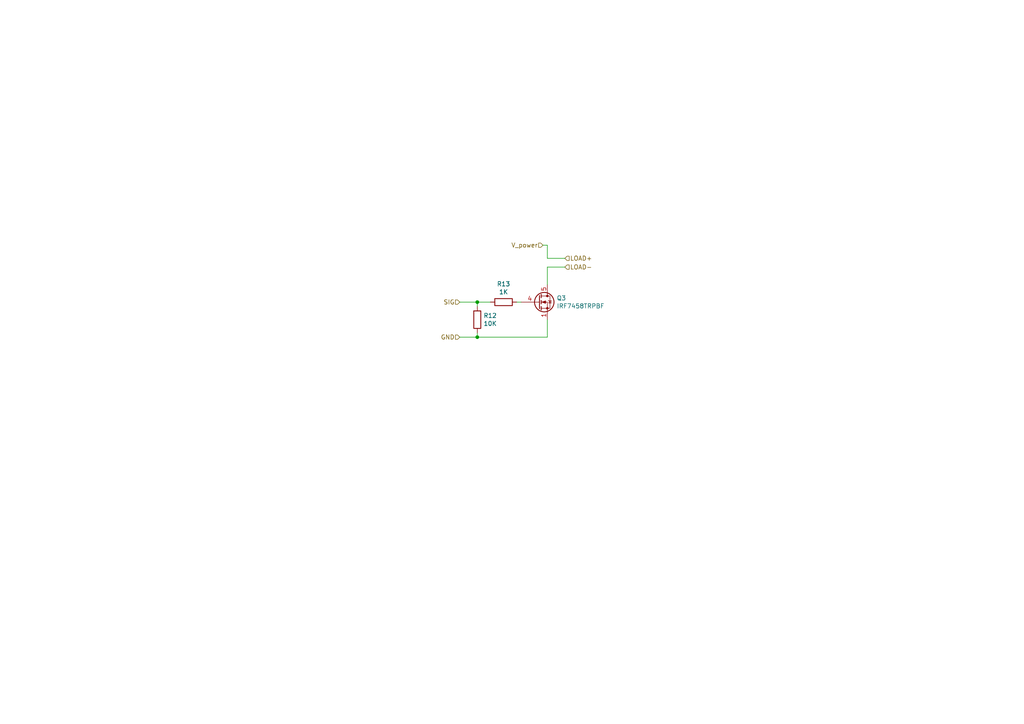
<source format=kicad_sch>
(kicad_sch (version 20211123) (generator eeschema)
  (paper "A4")
  (lib_symbols
    (symbol "Device:R" (pin_numbers hide) (pin_names (offset 0))
      (property "Reference" "R" (at 2.032 0 90))
      (property "Value" "R" (at 0 0 90))
      (symbol "R_0_1"
        (rectangle (start -1.016 -2.54) (end 1.016 2.54) (stroke (width 0.254)))
      )
      (symbol "R_1_1"
        (pin passive line (at 0 3.81 270) (length 1.27) (name "~") (number "1"))
        (pin passive line (at 0 -3.81 90) (length 1.27) (name "~") (number "2"))
      )
    )
    (symbol "william_fets:IRF7458TRPBF" (pin_names (offset 0) hide)
      (property "Reference" "Q" (at 5.08 1.27 0))
      (property "Value" "IRF7458TRPBF" (at 5.08 -1.27 0))
      (symbol "IRF7458TRPBF_0_1"
        (polyline (pts (xy 0.0508 0) (xy 0.254 0)))
        (polyline (pts (xy 0.762 -1.778) (xy 2.54 -1.778)))
        (polyline (pts (xy 0.762 -1.27) (xy 0.762 -2.286)) (stroke (width 0.254)))
        (polyline (pts (xy 0.762 0) (xy 2.54 0)))
        (polyline (pts (xy 0.762 0.508) (xy 0.762 -0.508)) (stroke (width 0.254)))
        (polyline (pts (xy 0.762 1.778) (xy 2.54 1.778)))
        (polyline (pts (xy 0.762 2.286) (xy 0.762 1.27)) (stroke (width 0.254)))
        (polyline (pts (xy 2.54 -1.778) (xy 2.54 -2.54)))
        (polyline (pts (xy 2.54 -1.778) (xy 2.54 0)))
        (polyline (pts (xy 2.54 2.54) (xy 2.54 1.778)))
        (polyline (pts (xy 0.254 1.905) (xy 0.254 -1.905) (xy 0.254 -1.905)) (stroke (width 0.254)))
        (polyline (pts (xy 1.016 0) (xy 2.032 0.381) (xy 2.032 -0.381) (xy 1.016 0)) (fill (type outline)))
        (polyline (pts (xy 2.54 -1.778) (xy 3.302 -1.778) (xy 3.302 1.778) (xy 2.54 1.778)))
        (polyline (pts (xy 2.794 0.508) (xy 2.921 0.381) (xy 3.683 0.381) (xy 3.81 0.254)))
        (polyline (pts (xy 3.302 0.381) (xy 2.921 -0.254) (xy 3.683 -0.254) (xy 3.302 0.381)))
        (circle (center 1.651 0) (radius 2.8194) (stroke (width 0.254)))
        (circle (center 2.54 -1.778) (radius 0.2794) (fill (type outline)))
        (circle (center 2.54 1.778) (radius 0.2794) (fill (type outline)))
      )
      (symbol "IRF7458TRPBF_1_1"
        (pin passive line (at 2.54 -5.08 90) (length 2.54) (name "S") (number "1"))
        (pin passive line (at 2.54 -5.08 90) (length 2.54) hide (name "S") (number "2"))
        (pin passive line (at 2.54 -5.08 90) (length 2.54) hide (name "S") (number "3"))
        (pin input line (at -5.08 0 0) (length 5.08) (name "G") (number "4"))
        (pin passive line (at 2.54 5.08 270) (length 2.54) (name "D") (number "5"))
        (pin passive line (at 2.54 5.08 270) (length 2.54) hide (name "D") (number "6"))
        (pin passive line (at 2.54 5.08 270) (length 2.54) hide (name "D") (number "7"))
        (pin passive line (at 2.54 5.08 270) (length 2.54) hide (name "D") (number "8"))
      )
    )
  )
  (junction (at 138.43 97.79))
  (junction (at 138.43 87.63))
  (wire (pts (xy 163.83 74.93) (xy 158.75 74.93)))
  (wire (pts (xy 158.75 97.79) (xy 158.75 92.71)))
  (wire (pts (xy 138.43 88.9) (xy 138.43 87.63)))
  (wire (pts (xy 138.43 97.79) (xy 158.75 97.79)))
  (wire (pts (xy 138.43 87.63) (xy 142.24 87.63)))
  (wire (pts (xy 149.86 87.63) (xy 151.13 87.63)))
  (wire (pts (xy 158.75 74.93) (xy 158.75 71.12)))
  (wire (pts (xy 138.43 96.52) (xy 138.43 97.79)))
  (wire (pts (xy 158.75 71.12) (xy 157.48 71.12)))
  (wire (pts (xy 133.35 87.63) (xy 138.43 87.63)))
  (wire (pts (xy 163.83 77.47) (xy 158.75 77.47)))
  (wire (pts (xy 158.75 77.47) (xy 158.75 82.55)))
  (wire (pts (xy 133.35 97.79) (xy 138.43 97.79)))
  (hierarchical_label "V_power" (shape input) (at 157.48 71.12 180))
  (hierarchical_label "SIG" (shape input) (at 133.35 87.63 180))
  (hierarchical_label "LOAD-" (shape input) (at 163.83 77.47 0))
  (hierarchical_label "GND" (shape input) (at 133.35 97.79 180))
  (hierarchical_label "LOAD+" (shape input) (at 163.83 74.93 0))
  (symbol (lib_id "Device:R") (at 138.43 92.71 0) (unit 1)
    (property "Reference" "R12" (at 140.208 91.5416 0) (effects (justify left)))
    (property "Value" "10K" (at 140.208 93.853 0) (effects (justify left)))
    (property "Footprint" "Resistor_SMD:R_0603_1608Metric" (effects hide))
  )
  (symbol (lib_id "william_fets:IRF7458TRPBF") (at 156.21 87.63 0) (unit 1)
    (property "Reference" "Q3" (at 161.4424 86.4616 0) (effects (justify left)))
    (property "Value" "IRF7458TRPBF" (at 161.4424 88.773 0) (effects (justify left)))
    (property "Footprint" "Package_SO:SO-8_3.9x4.9mm_P1.27mm" (effects hide))
    (property "Datasheet" "https://www.infineon.com/dgdl/irf7458pbf.pdf?fileId=5546d462533600a4015355fecb231bfe" (effects hide))
  )
  (symbol (lib_id "Device:R") (at 146.05 87.63 270) (unit 1)
    (property "Reference" "R13" (at 146.05 82.3722 90))
    (property "Value" "1K" (at 146.05 84.6836 90))
    (property "Footprint" "Resistor_SMD:R_0603_1608Metric" (effects hide))
  )
)
</source>
